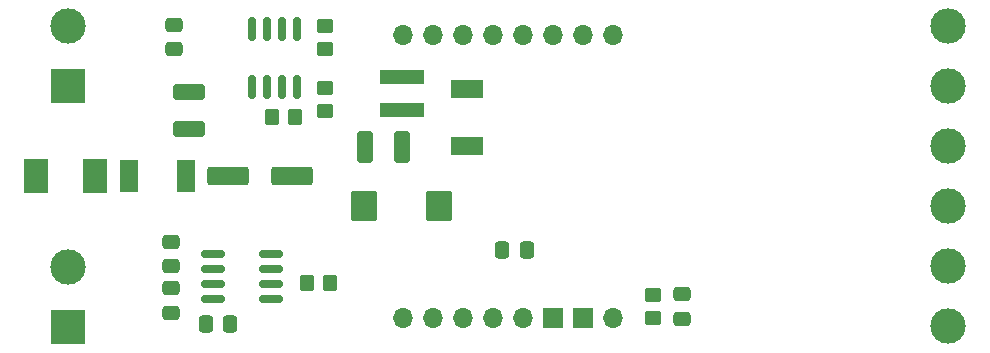
<source format=gbr>
%TF.GenerationSoftware,KiCad,Pcbnew,(6.0.9)*%
%TF.CreationDate,2024-03-01T18:18:27+01:00*%
%TF.ProjectId,HBW-1W-T10-Platine1,4842572d-3157-42d5-9431-302d506c6174,rev?*%
%TF.SameCoordinates,Original*%
%TF.FileFunction,Soldermask,Top*%
%TF.FilePolarity,Negative*%
%FSLAX46Y46*%
G04 Gerber Fmt 4.6, Leading zero omitted, Abs format (unit mm)*
G04 Created by KiCad (PCBNEW (6.0.9)) date 2024-03-01 18:18:27*
%MOMM*%
%LPD*%
G01*
G04 APERTURE LIST*
G04 Aperture macros list*
%AMRoundRect*
0 Rectangle with rounded corners*
0 $1 Rounding radius*
0 $2 $3 $4 $5 $6 $7 $8 $9 X,Y pos of 4 corners*
0 Add a 4 corners polygon primitive as box body*
4,1,4,$2,$3,$4,$5,$6,$7,$8,$9,$2,$3,0*
0 Add four circle primitives for the rounded corners*
1,1,$1+$1,$2,$3*
1,1,$1+$1,$4,$5*
1,1,$1+$1,$6,$7*
1,1,$1+$1,$8,$9*
0 Add four rect primitives between the rounded corners*
20,1,$1+$1,$2,$3,$4,$5,0*
20,1,$1+$1,$4,$5,$6,$7,0*
20,1,$1+$1,$6,$7,$8,$9,0*
20,1,$1+$1,$8,$9,$2,$3,0*%
G04 Aperture macros list end*
%ADD10R,2.700000X1.500000*%
%ADD11R,3.700000X1.200000*%
%ADD12RoundRect,0.250000X-0.450000X0.350000X-0.450000X-0.350000X0.450000X-0.350000X0.450000X0.350000X0*%
%ADD13RoundRect,0.250000X0.337500X0.475000X-0.337500X0.475000X-0.337500X-0.475000X0.337500X-0.475000X0*%
%ADD14R,3.000000X3.000000*%
%ADD15C,3.000000*%
%ADD16RoundRect,0.250000X0.875000X1.025000X-0.875000X1.025000X-0.875000X-1.025000X0.875000X-1.025000X0*%
%ADD17RoundRect,0.150000X-0.150000X0.825000X-0.150000X-0.825000X0.150000X-0.825000X0.150000X0.825000X0*%
%ADD18RoundRect,0.250000X0.475000X-0.337500X0.475000X0.337500X-0.475000X0.337500X-0.475000X-0.337500X0*%
%ADD19RoundRect,0.250000X-0.350000X-0.450000X0.350000X-0.450000X0.350000X0.450000X-0.350000X0.450000X0*%
%ADD20R,1.500000X2.700000*%
%ADD21O,1.700000X1.700000*%
%ADD22RoundRect,0.250000X-0.475000X0.337500X-0.475000X-0.337500X0.475000X-0.337500X0.475000X0.337500X0*%
%ADD23RoundRect,0.250000X0.412500X1.100000X-0.412500X1.100000X-0.412500X-1.100000X0.412500X-1.100000X0*%
%ADD24R,1.700000X1.700000*%
%ADD25RoundRect,0.250000X-1.500000X-0.550000X1.500000X-0.550000X1.500000X0.550000X-1.500000X0.550000X0*%
%ADD26O,3.000000X3.000000*%
%ADD27RoundRect,0.250000X-0.337500X-0.475000X0.337500X-0.475000X0.337500X0.475000X-0.337500X0.475000X0*%
%ADD28RoundRect,0.150000X0.825000X0.150000X-0.825000X0.150000X-0.825000X-0.150000X0.825000X-0.150000X0*%
%ADD29RoundRect,0.250000X1.100000X-0.412500X1.100000X0.412500X-1.100000X0.412500X-1.100000X-0.412500X0*%
%ADD30R,2.020000X2.950000*%
G04 APERTURE END LIST*
D10*
%TO.C,D3*%
X145000000Y-97600000D03*
X145000000Y-102400000D03*
%TD*%
D11*
%TO.C,L1*%
X139500000Y-99400000D03*
X139500000Y-96600000D03*
%TD*%
D12*
%TO.C,R18*%
X133000000Y-97500000D03*
X133000000Y-99500000D03*
%TD*%
D13*
%TO.C,C21*%
X150075000Y-111250000D03*
X148000000Y-111250000D03*
%TD*%
D14*
%TO.C,J4*%
X111250000Y-97330000D03*
D15*
X111250000Y-92250000D03*
%TD*%
D16*
%TO.C,C20*%
X136300000Y-107500000D03*
X142700000Y-107500000D03*
%TD*%
D17*
%TO.C,IC3*%
X130655000Y-92525000D03*
X129385000Y-92525000D03*
X128115000Y-92525000D03*
X126845000Y-92525000D03*
X126845000Y-97475000D03*
X128115000Y-97475000D03*
X129385000Y-97475000D03*
X130655000Y-97475000D03*
%TD*%
D18*
%TO.C,C15*%
X120000000Y-112611000D03*
X120000000Y-110536000D03*
%TD*%
D12*
%TO.C,R6*%
X160756600Y-115017800D03*
X160756600Y-117017800D03*
%TD*%
D14*
%TO.C,J5*%
X111250000Y-117750000D03*
D15*
X111250000Y-112670000D03*
%TD*%
D19*
%TO.C,R16*%
X128500000Y-100000000D03*
X130500000Y-100000000D03*
%TD*%
D20*
%TO.C,D2*%
X121250000Y-105000000D03*
X116450000Y-105000000D03*
%TD*%
D21*
%TO.C,J1*%
X139625000Y-93000000D03*
X142165000Y-93000000D03*
X144705000Y-93000000D03*
X147245000Y-93000000D03*
X149785000Y-93000000D03*
X152325000Y-93000000D03*
X154865000Y-93000000D03*
X157405000Y-93000000D03*
%TD*%
D22*
%TO.C,C19*%
X120250000Y-92175000D03*
X120250000Y-94250000D03*
%TD*%
D23*
%TO.C,C22*%
X139500000Y-102500000D03*
X136375000Y-102500000D03*
%TD*%
D21*
%TO.C,J2*%
X139625000Y-117000000D03*
X142165000Y-117000000D03*
X144705000Y-117000000D03*
X147245000Y-117000000D03*
X149785000Y-117000000D03*
D24*
X152325000Y-117000000D03*
X154865000Y-117000000D03*
D21*
X157405000Y-117000000D03*
%TD*%
D25*
%TO.C,C17*%
X130200000Y-105000000D03*
X124800000Y-105000000D03*
%TD*%
D26*
%TO.C,J3*%
X185800000Y-92300000D03*
D15*
X185800000Y-97380000D03*
X185800000Y-102460000D03*
X185800000Y-107540000D03*
X185800000Y-112620000D03*
X185800000Y-117700000D03*
%TD*%
D27*
%TO.C,C27*%
X122925000Y-117500000D03*
X125000000Y-117500000D03*
%TD*%
D28*
%TO.C,IC2*%
X128475000Y-115405000D03*
X128475000Y-114135000D03*
X128475000Y-112865000D03*
X128475000Y-111595000D03*
X123525000Y-111595000D03*
X123525000Y-112865000D03*
X123525000Y-114135000D03*
X123525000Y-115405000D03*
%TD*%
D22*
%TO.C,C14*%
X120000000Y-114500000D03*
X120000000Y-116575000D03*
%TD*%
D12*
%TO.C,R17*%
X133000000Y-92250000D03*
X133000000Y-94250000D03*
%TD*%
D18*
%TO.C,C9*%
X163250000Y-117075000D03*
X163250000Y-115000000D03*
%TD*%
D19*
%TO.C,R15*%
X131459600Y-114008000D03*
X133459600Y-114008000D03*
%TD*%
D29*
%TO.C,C18*%
X121500000Y-101000000D03*
X121500000Y-97875000D03*
%TD*%
D30*
%TO.C,SI2*%
X108500000Y-105000000D03*
X113500000Y-105000000D03*
%TD*%
M02*

</source>
